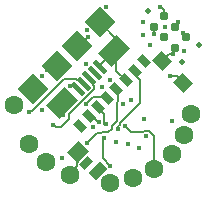
<source format=gbl>
G04*
G04 #@! TF.GenerationSoftware,Altium Limited,Altium Designer,20.0.13 (296)*
G04*
G04 Layer_Physical_Order=4*
G04 Layer_Color=1930808*
%FSLAX25Y25*%
%MOIN*%
G70*
G01*
G75*
%ADD15C,0.00600*%
%ADD44C,0.00800*%
%ADD46C,0.01949*%
%ADD47C,0.01772*%
%ADD48C,0.06299*%
%ADD51C,0.03098*%
G04:AMPARAMS|DCode=52|XSize=74.8mil|YSize=70.87mil|CornerRadius=0mil|HoleSize=0mil|Usage=FLASHONLY|Rotation=315.000|XOffset=0mil|YOffset=0mil|HoleType=Round|Shape=Rectangle|*
%AMROTATEDRECTD52*
4,1,4,-0.05150,0.00139,-0.00139,0.05150,0.05150,-0.00139,0.00139,-0.05150,-0.05150,0.00139,0.0*
%
%ADD52ROTATEDRECTD52*%

%ADD53P,0.10579X4X360.0*%
G04:AMPARAMS|DCode=54|XSize=86.61mil|YSize=62.99mil|CornerRadius=0mil|HoleSize=0mil|Usage=FLASHONLY|Rotation=45.000|XOffset=0mil|YOffset=0mil|HoleType=Round|Shape=Rectangle|*
%AMROTATEDRECTD54*
4,1,4,-0.00835,-0.05289,-0.05289,-0.00835,0.00835,0.05289,0.05289,0.00835,-0.00835,-0.05289,0.0*
%
%ADD54ROTATEDRECTD54*%

G04:AMPARAMS|DCode=55|XSize=53.15mil|YSize=15.75mil|CornerRadius=0mil|HoleSize=0mil|Usage=FLASHONLY|Rotation=315.000|XOffset=0mil|YOffset=0mil|HoleType=Round|Shape=Rectangle|*
%AMROTATEDRECTD55*
4,1,4,-0.02436,0.01322,-0.01322,0.02436,0.02436,-0.01322,0.01322,-0.02436,-0.02436,0.01322,0.0*
%
%ADD55ROTATEDRECTD55*%

G04:AMPARAMS|DCode=56|XSize=55.12mil|YSize=35.43mil|CornerRadius=0mil|HoleSize=0mil|Usage=FLASHONLY|Rotation=225.000|XOffset=0mil|YOffset=0mil|HoleType=Round|Shape=Rectangle|*
%AMROTATEDRECTD56*
4,1,4,0.00696,0.03202,0.03202,0.00696,-0.00696,-0.03202,-0.03202,-0.00696,0.00696,0.03202,0.0*
%
%ADD56ROTATEDRECTD56*%

G04:AMPARAMS|DCode=57|XSize=39.37mil|YSize=27.56mil|CornerRadius=0mil|HoleSize=0mil|Usage=FLASHONLY|Rotation=225.000|XOffset=0mil|YOffset=0mil|HoleType=Round|Shape=Rectangle|*
%AMROTATEDRECTD57*
4,1,4,0.00418,0.02366,0.02366,0.00418,-0.00418,-0.02366,-0.02366,-0.00418,0.00418,0.02366,0.0*
%
%ADD57ROTATEDRECTD57*%

G04:AMPARAMS|DCode=58|XSize=55.12mil|YSize=47.24mil|CornerRadius=0mil|HoleSize=0mil|Usage=FLASHONLY|Rotation=225.000|XOffset=0mil|YOffset=0mil|HoleType=Round|Shape=Rectangle|*
%AMROTATEDRECTD58*
4,1,4,0.00278,0.03619,0.03619,0.00278,-0.00278,-0.03619,-0.03619,-0.00278,0.00278,0.03619,0.0*
%
%ADD58ROTATEDRECTD58*%

G04:AMPARAMS|DCode=59|XSize=47.24mil|YSize=45.28mil|CornerRadius=0mil|HoleSize=0mil|Usage=FLASHONLY|Rotation=135.000|XOffset=0mil|YOffset=0mil|HoleType=Round|Shape=Rectangle|*
%AMROTATEDRECTD59*
4,1,4,0.03271,-0.00070,0.00070,-0.03271,-0.03271,0.00070,-0.00070,0.03271,0.03271,-0.00070,0.0*
%
%ADD59ROTATEDRECTD59*%

G04:AMPARAMS|DCode=60|XSize=39.37mil|YSize=27.56mil|CornerRadius=0mil|HoleSize=0mil|Usage=FLASHONLY|Rotation=135.000|XOffset=0mil|YOffset=0mil|HoleType=Round|Shape=Rectangle|*
%AMROTATEDRECTD60*
4,1,4,0.02366,-0.00418,0.00418,-0.02366,-0.02366,0.00418,-0.00418,0.02366,0.02366,-0.00418,0.0*
%
%ADD60ROTATEDRECTD60*%

D15*
X31306Y16893D02*
X32386Y17973D01*
X48791Y58500D02*
X49728Y57563D01*
X48500Y58500D02*
X48791D01*
X46499Y49594D02*
X46593Y49500D01*
X46464Y52035D02*
X46499Y52001D01*
Y49594D02*
Y52001D01*
X18500Y3566D02*
X18758D01*
X21054Y10037D02*
X21333Y10315D01*
X21054Y6855D02*
Y10037D01*
X20711Y6512D02*
X21054Y6855D01*
X20711Y5519D02*
Y6512D01*
X18758Y3566D02*
X20711Y5519D01*
X36063Y26500D02*
X36123Y26440D01*
X36000Y26500D02*
X36063D01*
X29153Y16893D02*
X31306D01*
X28760Y16500D02*
X29153Y16893D01*
X24358Y13288D02*
X27569Y16500D01*
X28760D01*
X29500Y8895D02*
Y14397D01*
X29374Y8272D02*
X31888Y5758D01*
X29374Y8272D02*
Y8769D01*
X29500Y8895D01*
X49728Y55843D02*
X50000Y55571D01*
X49728Y55843D02*
Y57563D01*
X49130Y40562D02*
X51568Y43000D01*
X53000D01*
X54060Y35631D02*
X56340Y33352D01*
X51891Y35631D02*
X54060D01*
D44*
X34500Y18000D02*
Y18763D01*
X34672Y18935D01*
X32386Y19053D02*
X34057Y20724D01*
X32386Y17973D02*
Y19053D01*
X34672Y18935D02*
X35114Y19377D01*
X34000Y48000D02*
Y48093D01*
X34184Y21201D02*
Y27022D01*
X34429Y27266D02*
Y29489D01*
X27922Y20420D02*
X28064D01*
X26368Y21974D02*
X27922Y20420D01*
X25026Y21974D02*
X26368D01*
X30282Y19722D02*
X30500D01*
X30060Y19500D02*
X30282Y19722D01*
X29950Y19610D02*
X30060Y19500D01*
X29950Y19610D02*
Y23086D01*
X28000Y25036D02*
X29950Y23086D01*
X37000Y19000D02*
X39000Y17000D01*
X42829D01*
X44781Y17386D02*
X46500Y15667D01*
X42829Y17000D02*
X43214Y17386D01*
X46500Y6037D02*
Y15667D01*
X46493Y6030D02*
X46500Y6037D01*
X43214Y17386D02*
X44781D01*
X18238Y23031D02*
X26555Y31348D01*
X18238Y21238D02*
Y23031D01*
X15500Y18500D02*
X18238Y21238D01*
X5830Y23986D02*
X16555Y34711D01*
X24004Y26130D02*
Y26346D01*
X29164Y28661D02*
X30500D01*
X29019Y28516D02*
X29164Y28661D01*
X27931Y28516D02*
X29019D01*
X27899Y28547D02*
X27931Y28516D01*
X27071Y28547D02*
X27899D01*
X27039Y28516D02*
X27071Y28547D01*
X26174Y28516D02*
X27039D01*
X35114Y19781D02*
X41912Y26579D01*
X35114Y19377D02*
Y19781D01*
X34057Y21073D02*
X34184Y21201D01*
X34057Y20724D02*
Y21073D01*
X57071Y48500D02*
Y48877D01*
X56150Y49798D02*
X57071Y48877D01*
X56150Y49798D02*
Y50061D01*
X23838Y39662D02*
X24000Y39500D01*
X41912Y26579D02*
Y34239D01*
X24004Y26346D02*
X26174Y28516D01*
X30500Y28661D02*
X31062Y28098D01*
X21681Y45681D02*
X24500Y48500D01*
X20822Y45681D02*
X21681D01*
X20822Y43822D02*
Y45681D01*
X14141Y39000D02*
X16000D01*
X34445Y29505D02*
Y30190D01*
X33984Y30651D02*
X34445Y30190D01*
X34429Y29489D02*
X34445Y29505D01*
X28537Y3912D02*
X29872Y5248D01*
X27735Y3912D02*
X28537D01*
X13000Y19386D02*
X13069D01*
X5000Y23500D02*
X5263D01*
X5749Y23986D01*
X5830D01*
X13069Y19386D02*
X13954Y18500D01*
X15500D01*
X18571Y32310D02*
X19153D01*
X19987Y32597D02*
X21309Y31275D01*
X19153Y32310D02*
X19439Y32597D01*
X19987D01*
X18385Y32124D02*
X18571Y32310D01*
X33350Y40650D02*
Y44011D01*
Y40650D02*
X34000Y40000D01*
Y37410D02*
X37187Y34223D01*
X34000Y37410D02*
Y40000D01*
X28474Y38587D02*
X28548Y38513D01*
X28474Y38587D02*
Y39135D01*
X33350Y44011D01*
X28617Y53476D02*
X34000Y48093D01*
X6500Y32808D02*
Y35000D01*
X6346Y32654D02*
X6500Y32808D01*
X6346Y31205D02*
Y32654D01*
X40249Y35902D02*
X41912Y34239D01*
X40249Y35902D02*
Y37285D01*
X26555Y31348D02*
Y32176D01*
X24929Y34894D02*
X26251Y33571D01*
Y32480D02*
Y33571D01*
Y32480D02*
X26555Y32176D01*
X20401Y34711D02*
X20705Y34407D01*
X16555Y34711D02*
X20401D01*
X20705Y34407D02*
X21797D01*
X23119Y33084D01*
X33984Y30651D02*
X34124Y30792D01*
D46*
X61667Y46025D02*
D03*
X56010Y40368D02*
D03*
X44697Y57339D02*
D03*
D47*
X34500Y18000D02*
D03*
X48500Y58500D02*
D03*
X54500Y53500D02*
D03*
X50098Y51973D02*
D03*
X45214Y46000D02*
D03*
X46534Y49500D02*
D03*
X42962Y49433D02*
D03*
X34000Y48000D02*
D03*
X43000Y53500D02*
D03*
X36123Y26440D02*
D03*
X39000Y27500D02*
D03*
X34028Y13528D02*
D03*
X37000Y19000D02*
D03*
X28064Y20420D02*
D03*
X26092Y18523D02*
D03*
X30500Y19722D02*
D03*
X29893Y15107D02*
D03*
X24358Y13288D02*
D03*
X16020Y8131D02*
D03*
X41500Y11486D02*
D03*
X16352Y22681D02*
D03*
X38000Y13000D02*
D03*
X24004Y26130D02*
D03*
X44000Y15500D02*
D03*
X31888Y5758D02*
D03*
X52500Y20500D02*
D03*
X56150Y50061D02*
D03*
X56488Y43867D02*
D03*
X51891Y35631D02*
D03*
X23838Y39662D02*
D03*
X24110Y50872D02*
D03*
X53000Y43000D02*
D03*
X29337Y31890D02*
D03*
X32017Y34376D02*
D03*
X24500Y48500D02*
D03*
X11000Y37500D02*
D03*
X43075Y21266D02*
D03*
X9136Y24214D02*
D03*
X13000Y19386D02*
D03*
X5000Y23500D02*
D03*
X18385Y32124D02*
D03*
X6500Y35000D02*
D03*
X9082Y35582D02*
D03*
X30539Y58667D02*
D03*
D48*
X59000Y23000D02*
D03*
X56500Y16000D02*
D03*
X32000Y0D02*
D03*
X46500Y4500D02*
D03*
X0Y26000D02*
D03*
X18500Y2500D02*
D03*
X10500Y7000D02*
D03*
X52500Y9500D02*
D03*
X5000Y13000D02*
D03*
X39500Y1500D02*
D03*
D51*
X53535Y44965D02*
D03*
X57071Y48500D02*
D03*
X50000D02*
D03*
X53535Y52035D02*
D03*
X46464D02*
D03*
X50000Y55571D02*
D03*
D52*
X28617Y53476D02*
D03*
X6346Y31205D02*
D03*
D53*
X20822Y45681D02*
D03*
X14141Y39000D02*
D03*
D54*
X33350Y44011D02*
D03*
X15811Y26472D02*
D03*
D55*
X28548Y38513D02*
D03*
X26738Y36703D02*
D03*
X24929Y34894D02*
D03*
X23119Y33084D02*
D03*
X21309Y31275D02*
D03*
D56*
X27735Y3912D02*
D03*
D57*
X23977Y6557D02*
D03*
D58*
X21333Y10315D02*
D03*
D59*
X56340Y33352D02*
D03*
X49130Y40562D02*
D03*
D60*
X43214Y40492D02*
D03*
X40152Y37430D02*
D03*
X37089Y34368D02*
D03*
X34027Y31306D02*
D03*
X30965Y28243D02*
D03*
X27903Y25181D02*
D03*
X24840Y22119D02*
D03*
X21778Y19056D02*
D03*
M02*

</source>
